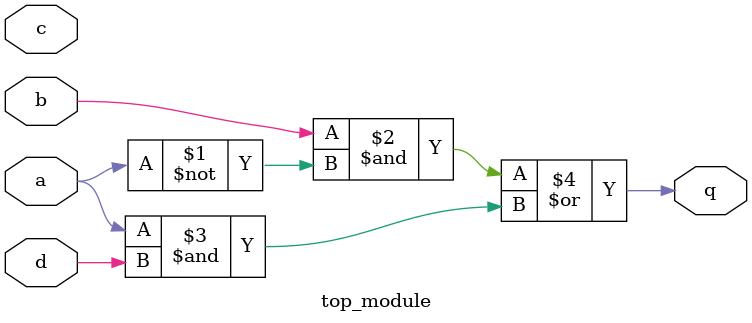
<source format=sv>
module top_module (
    input a, 
    input b, 
    input c, 
    input d,
    output q
);

    assign q = (b & ~a) | (a & d);

endmodule

</source>
